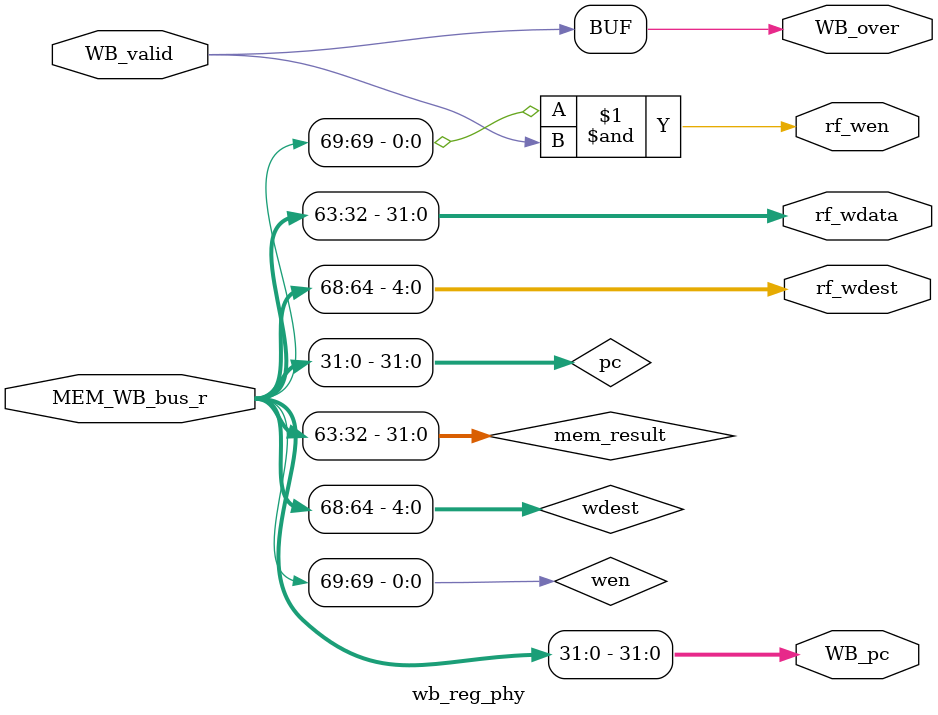
<source format=v>
`timescale 1ns / 1ps


module wb_reg_phy(
        input  WB_valid,     // Ð´»Ø¼¶ÓÐÐ§
        input  [69:0] MEM_WB_bus_r, // MEM->WB×ÜÏß
        output  rf_wen,       // ¼Ä´æÆ÷Ð´Ê¹ÄÜ
        output [ 4:0] rf_wdest,     // ¼Ä´æÆ÷Ð´µØÖ·
        output [31:0] rf_wdata,     // ¼Ä´æÆ÷Ð´Êý¾Ý
        output        WB_over,      // WBÄ£¿éÖ´ÐÐÍê³É
         //Õ¹Ê¾PC
        output [ 31:0] WB_pc
    );
    
    //·Ã´æ×ÜÏßµ½Ð´»Ø×ÜÏß
    //¼Ä´æÆ÷¶ÑÐ´Ê¹ÄÜºÍÐ´µØÖ·
    wire wen;
    wire[4:0] wdest;
    
    //MEM´«À´µÄresult
    wire[31:0]mem_result;
    
    //pc
    wire[31:0] pc;
    assign{wen,wdest,mem_result,pc}=MEM_WB_bus_r;
    
    //=================================WBÖ´ÐÐÍê³É=========================
    assign WB_over=WB_valid;
    
    //=========================WB->regfileÐÅºÅ============================
    assign rf_wen=wen & WB_valid;//Ð´¼Ä´æÆ÷Ê¹ÄÜ¶Ë:ÒëÂë¶ËÓÐ¹Ø
    assign rf_wdest=wdest;
    assign rf_wdata=mem_result;
    
    assign WB_pc=pc;
    
endmodule

</source>
